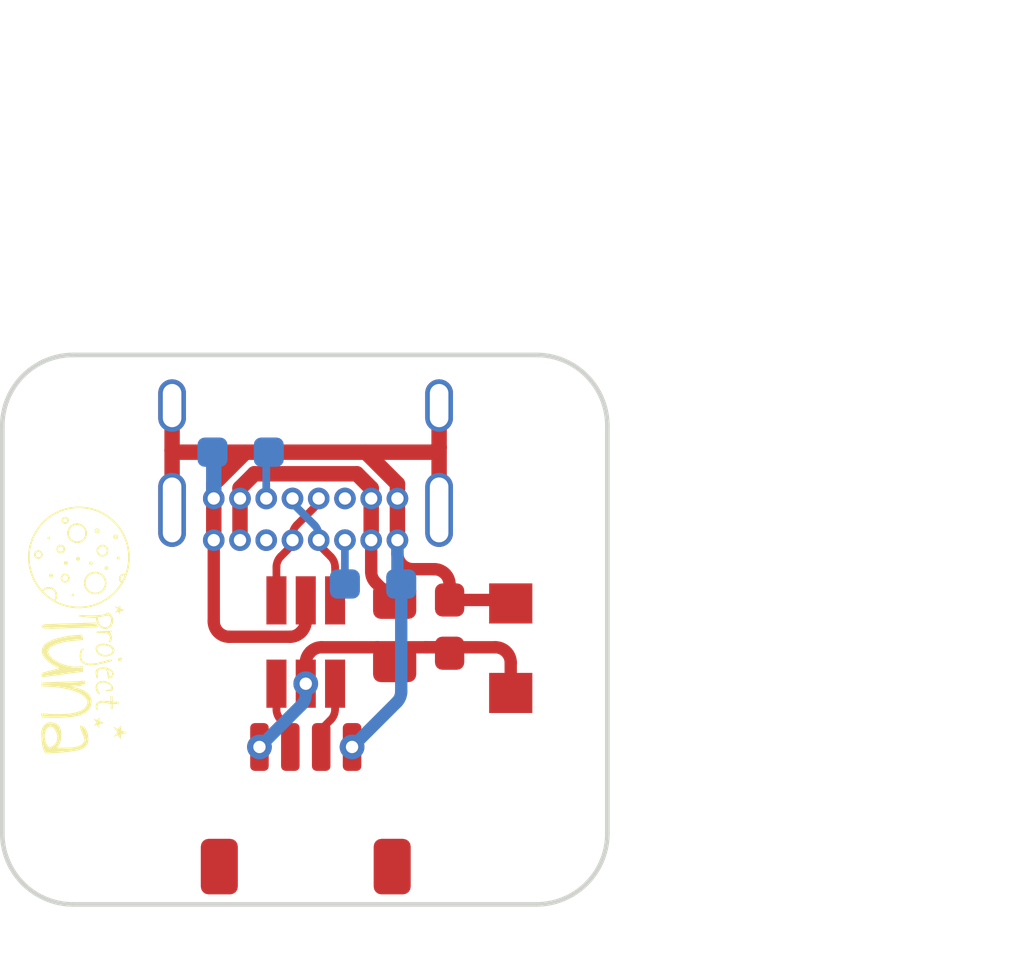
<source format=kicad_pcb>
(kicad_pcb (version 20211014) (generator pcbnew)
  (layers (0 "F.Cu" signal) (31 "B.Cu" signal) (34 "B.Paste" user) (35 "F.Paste" user) (36 "B.SilkS" user "B.Silkscreen") (37 "F.SilkS" user "F.Silkscreen") (38 "B.Mask" user) (39 "F.Mask" user) (44 "Edge.Cuts" user))
  (net 0 "")
  (net 1 "GND")
  (net 2 "VCC")
  (net 3 "VBUS")
  (net 4 "USB_DP_IN")
  (net 5 "Net-(J1-PadB5)")
  (net 6 "USB_DM_IN")
  (net 7 "Net-(J1-PadA5)")
  (net 8 "USB_DP_OUT")
  (net 9 "USB_DM_OUT")
  (footprint "footprints:MountingHole_2.2mm_M2_ISO7380" (layer "F.Cu") (at 4.5 -3.7)
    (fp_text reference "H2")
    (fp_text value "MountingHole" hide)
    (pad "" np_thru_hole circle locked (at 0 0) (size 2.2 2.2) (drill 2.2) (layers *.Cu *.Mask))
  )
  (footprint "footprints:MountingHole_2.2mm_M2_ISO7380" (layer "F.Cu") (at -10.5 9.5)
    (fp_text reference "H3")
    (fp_text value "MountingHole" hide)
    (pad "" np_thru_hole circle locked (at 0 0) (size 2.2 2.2) (drill 2.2) (layers *.Cu *.Mask))
  )
  (footprint "footprints:MountingHole_2.2mm_M2_ISO7380" (layer "F.Cu") (at 4.5 9.5)
    (fp_text reference "H4")
    (fp_text value "MountingHole" hide)
    (pad "" np_thru_hole circle locked (at 0 0) (size 2.2 2.2) (drill 2.2) (layers *.Cu *.Mask))
  )
  (footprint "footprints:MountingHole_2.2mm_M2_ISO7380" (layer "F.Cu") (at -10.5 -3.7)
    (fp_text reference "H1")
    (fp_text value "MountingHole" hide)
    (pad "" np_thru_hole circle locked (at 0 0) (size 2.2 2.2) (drill 2.2) (layers *.Cu *.Mask))
  )
  (footprint "footprints:C_0603_1608Metric_Pad1.08x0.95mm_HandSolder" (layer "F.Cu") (at 1.69 2.8 90)
    (fp_text reference "C1")
    (fp_text value "100nF")
    (pad "1" smd roundrect locked (at -0.8625 0 90) (size 1.075 0.95) (layers "F.Cu" "F.Paste" "F.Mask") (net 2 "VCC"))
    (pad "2" smd roundrect locked (at 0.8625 0 90) (size 1.075 0.95) (layers "F.Cu" "F.Paste" "F.Mask") (net 1 "GND"))
  )
  (footprint "footprints:USB_C_Receptacle_GCT_USB4085" (layer "F.Cu") (at 0 0 180)
    (fp_text reference "J1")
    (fp_text value "USB4085")
    (pad "A1" thru_hole circle locked (at 0 0 180) (size 0.7 0.7) (drill 0.4) (layers *.Cu *.Mask) (net 1 "GND"))
    (pad "A4" thru_hole circle locked (at 0.85 0 180) (size 0.7 0.7) (drill 0.4) (layers *.Cu *.Mask) (net 3 "VBUS"))
    (pad "A5" thru_hole circle locked (at 1.7 0 180) (size 0.7 0.7) (drill 0.4) (layers *.Cu *.Mask) (net 7 "Net-(J1-PadA5)"))
    (pad "A6" thru_hole circle locked (at 2.55 0 180) (size 0.7 0.7) (drill 0.4) (layers *.Cu *.Mask) (net 4 "USB_DP_IN"))
    (pad "A7" thru_hole circle locked (at 3.4 0 180) (size 0.7 0.7) (drill 0.4) (layers *.Cu *.Mask) (net 6 "USB_DM_IN"))
    (pad "A8" thru_hole circle locked (at 4.25 0 180) (size 0.7 0.7) (drill 0.4) (layers *.Cu *.Mask))
    (pad "A9" thru_hole circle locked (at 5.1 0 180) (size 0.7 0.7) (drill 0.4) (layers *.Cu *.Mask) (net 3 "VBUS"))
    (pad "A12" thru_hole circle locked (at 5.95 0 180) (size 0.7 0.7) (drill 0.4) (layers *.Cu *.Mask) (net 1 "GND"))
    (pad "B1" thru_hole circle locked (at 5.95 1.35 180) (size 0.7 0.7) (drill 0.4) (layers *.Cu *.Mask) (net 1 "GND"))
    (pad "B4" thru_hole circle locked (at 5.1 1.35 180) (size 0.7 0.7) (drill 0.4) (layers *.Cu *.Mask) (net 3 "VBUS"))
    (pad "B5" thru_hole circle locked (at 4.25 1.35 180) (size 0.7 0.7) (drill 0.4) (layers *.Cu *.Mask) (net 5 "Net-(J1-PadB5)"))
    (pad "B6" thru_hole circle locked (at 3.4 1.35 180) (size 0.7 0.7) (drill 0.4) (layers *.Cu *.Mask) (net 4 "USB_DP_IN"))
    (pad "B7" thru_hole circle locked (at 2.55 1.35 180) (size 0.7 0.7) (drill 0.4) (layers *.Cu *.Mask) (net 6 "USB_DM_IN"))
    (pad "B8" thru_hole circle locked (at 1.7 1.35 180) (size 0.7 0.7) (drill 0.4) (layers *.Cu *.Mask))
    (pad "B9" thru_hole circle locked (at 0.85 1.35 180) (size 0.7 0.7) (drill 0.4) (layers *.Cu *.Mask) (net 3 "VBUS"))
    (pad "B12" thru_hole circle locked (at 0 1.35 180) (size 0.7 0.7) (drill 0.4) (layers *.Cu *.Mask) (net 1 "GND"))
    (pad "S1" thru_hole oval locked (at -1.35 0.98 180) (size 0.9 2.4) (drill oval 0.6 2.1) (layers *.Cu *.Mask) (net 1 "GND"))
    (pad "S1" thru_hole oval locked (at -1.35 4.36 180) (size 0.9 1.7) (drill oval 0.6 1.4) (layers *.Cu *.Mask) (net 1 "GND"))
    (pad "S1" thru_hole oval locked (at 7.3 0.98 180) (size 0.9 2.4) (drill oval 0.6 2.1) (layers *.Cu *.Mask) (net 1 "GND"))
    (pad "S1" thru_hole oval locked (at 7.3 4.36 180) (size 0.9 1.7) (drill oval 0.6 1.4) (layers *.Cu *.Mask) (net 1 "GND"))
  )
  (footprint "footprints:Fuse_0805_2012Metric_Pad1.15x1.40mm_HandSolder" (layer "F.Cu") (at -0.09 3 -90)
    (fp_text reference "F1")
    (fp_text value "PPTC")
    (pad "1" smd roundrect locked (at -1.025 0 270) (size 1.15 1.4) (layers "F.Cu" "F.Paste" "F.Mask") (roundrect_rratio 0.2173904348) (net 3 "VBUS"))
    (pad "2" smd roundrect locked (at 1.025 0 270) (size 1.15 1.4) (layers "F.Cu" "F.Paste" "F.Mask") (roundrect_rratio 0.2173904348) (net 2 "VCC"))
  )
  (footprint "footprints:JST_SH_SM04B-SRSS-TB_1x04-1MP_P1.00mm_Horizontal" (layer "F.Cu") (at -2.97 8.7)
    (fp_text reference "J2")
    (fp_text value "Conn_01x04")
    (pad "1" smd roundrect locked (at -1.5 -2) (size 0.6 1.55) (layers "F.Cu" "F.Paste" "F.Mask") (net 2 "VCC"))
    (pad "2" smd roundrect locked (at -0.5 -2) (size 0.6 1.55) (layers "F.Cu" "F.Paste" "F.Mask") (net 9 "USB_DM_OUT"))
    (pad "3" smd roundrect locked (at 0.5 -2) (size 0.6 1.55) (layers "F.Cu" "F.Paste" "F.Mask") (net 8 "USB_DP_OUT"))
    (pad "4" smd roundrect locked (at 1.5 -2) (size 0.6 1.55) (layers "F.Cu" "F.Paste" "F.Mask") (net 1 "GND"))
    (pad "MP" smd roundrect locked (at -2.8 1.875) (size 1.2 1.8) (layers "F.Cu" "F.Paste" "F.Mask") (roundrect_rratio 0.2083333333))
    (pad "MP" smd roundrect locked (at 2.8 1.875) (size 1.2 1.8) (layers "F.Cu" "F.Paste" "F.Mask") (roundrect_rratio 0.2083333333))
  )
  (footprint "footprints:SOT-23-6_Handsoldering" (layer "F.Cu") (at -2.97 3.3 -90)
    (fp_text reference "U1")
    (fp_text value "USBLC6-2SC6")
    (pad "1" smd rect locked (at -1.35 -0.95 270) (size 1.56 0.65) (layers "F.Cu" "F.Paste" "F.Mask") (net 4 "USB_DP_IN"))
    (pad "2" smd rect locked (at -1.35 0 270) (size 1.56 0.65) (layers "F.Cu" "F.Paste" "F.Mask") (net 1 "GND"))
    (pad "3" smd rect locked (at -1.35 0.95 270) (size 1.56 0.65) (layers "F.Cu" "F.Paste" "F.Mask") (net 6 "USB_DM_IN"))
    (pad "4" smd rect locked (at 1.35 0.95 270) (size 1.56 0.65) (layers "F.Cu" "F.Paste" "F.Mask") (net 9 "USB_DM_OUT"))
    (pad "5" smd rect locked (at 1.35 0 270) (size 1.56 0.65) (layers "F.Cu" "F.Paste" "F.Mask") (net 2 "VCC"))
    (pad "6" smd rect locked (at 1.35 -0.95 270) (size 1.56 0.65) (layers "F.Cu" "F.Paste" "F.Mask") (net 8 "USB_DP_OUT"))
  )
  (footprint "footprints:D_SMF" (layer "F.Cu") (at 3.67 3.5 90)
    (fp_text reference "D1")
    (fp_text value "TVS")
    (pad "1" smd rect locked (at -1.45 0 90) (size 1.3 1.4) (layers "F.Cu" "F.Paste" "F.Mask") (net 2 "VCC"))
    (pad "2" smd rect locked (at 1.45 0 90) (size 1.3 1.4) (layers "F.Cu" "F.Paste" "F.Mask") (net 1 "GND"))
  )
  (footprint "footprints:luna" (layer "F.Cu") (at -10.318776 2.910424 -90)
    (fp_text reference "G***" hide)
    (fp_text value "LOGO" hide)
  )
  (footprint "footprints:R_0603_1608Metric_Pad0.98x0.95mm_HandSolder" (layer "B.Cu") (at -0.79 1.42 180)
    (fp_text reference "R1")
    (fp_text value "5k1")
    (pad "1" smd roundrect locked (at -0.9125 0 180) (size 0.975 0.95) (layers "B.Cu" "B.Paste" "B.Mask") (net 1 "GND"))
    (pad "2" smd roundrect locked (at 0.9125 0 180) (size 0.975 0.95) (layers "B.Cu" "B.Paste" "B.Mask") (net 7 "Net-(J1-PadA5)"))
  )
  (footprint "footprints:R_0603_1608Metric_Pad0.98x0.95mm_HandSolder" (layer "B.Cu") (at -5.08 -2.85)
    (fp_text reference "R2")
    (fp_text value "5k1")
    (pad "1" smd roundrect locked (at -0.9125 0) (size 0.975 0.95) (layers "B.Cu" "B.Paste" "B.Mask") (net 1 "GND"))
    (pad "2" smd roundrect locked (at 0.9125 0) (size 0.975 0.95) (layers "B.Cu" "B.Paste" "B.Mask") (net 5 "Net-(J1-PadB5)"))
  )
  (gr_line (start 6.8 -3.7) (end 6.8 9.5) (layer "Edge.Cuts") (width 0.15))
  (gr_line (start 4.5 11.8) (end -10.5 11.8) (layer "Edge.Cuts") (width 0.15))
  (gr_line (start -12.8 -3.7) (end -12.8 9.5) (layer "Edge.Cuts") (width 0.15))
  (gr_line (start -10.5 -6) (end 4.5 -6) (layer "Edge.Cuts") (width 0.15))
  (gr_arc (start 6.8 9.5) (mid 6.126346 11.126346) (end 4.5 11.8) (layer "Edge.Cuts") (width 0.15))
  (gr_arc (start -12.8 -3.7) (mid -12.126346 -5.326346) (end -10.5 -6) (layer "Edge.Cuts") (width 0.15))
  (gr_arc (start -10.5 11.8) (mid -12.126346 11.126346) (end -12.8 9.5) (layer "Edge.Cuts") (width 0.15))
  (gr_arc (start 4.5 -6) (mid 6.126346 -5.326346) (end 6.8 -3.7) (layer "Edge.Cuts") (width 0.15))
  (segment (start -3.116447 2.971449) (end -3.128553 2.983555) (width 0.4) (layer "F.Cu") (net 1))
  (segment (start 0 0) (end 0 0.44) (width 0.4) (layer "F.Cu") (net 1))
  (segment (start 1.35 -3.01) (end 1.35 -0.97) (width 0.5) (layer "F.Cu") (net 1))
  (segment (start -5.95 -1.823965) (end -4.923954 -2.850011) (width 0.5) (layer "F.Cu") (net 1))
  (segment (start 1.190011 -2.850011) (end 1.35 -3.01) (width 0.5) (layer "F.Cu") (net 1))
  (segment (start -4.923954 -2.850011) (end -7.240011 -2.850011) (width 0.5) (layer "F.Cu") (net 1))
  (segment (start 1.35 -4.36) (end 1.35 -3.01) (width 0.5) (layer "F.Cu") (net 1))
  (segment (start 1.69 1.9375) (end 3.6675 1.9375) (width 0.4) (layer "F.Cu") (net 1))
  (segment (start -7.3 -4.36) (end -7.3 -2.91) (width 0.5) (layer "F.Cu") (net 1))
  (segment (start -3.482106 3.130001) (end -5.45 3.130001) (width 0.4) (layer "F.Cu") (net 1))
  (segment (start 0.5 0.94) (end 1.19 0.94) (width 0.4) (layer "F.Cu") (net 1))
  (segment (start -1.026047 -2.850011) (end 1.190011 -2.850011) (width 0.5) (layer "F.Cu") (net 1))
  (segment (start -5.95 -1.35) (end -5.95 -0.02) (width 0.5) (layer "F.Cu") (net 1))
  (segment (start -7.240011 -2.850011) (end -7.3 -2.91) (width 0.5) (layer "F.Cu") (net 1))
  (segment (start 1.69 1.69) (end 1.69 1.94) (width 0.4) (layer "F.Cu") (net 1))
  (segment (start -5.95 2.630001) (end -5.95 -0.02) (width 0.4) (layer "F.Cu") (net 1))
  (segment (start -4.923954 -2.850011) (end -1.026047 -2.850011) (width 0.5) (layer "F.Cu") (net 1))
  (segment (start 0 -1.823964) (end 0 -1.35) (width 0.5) (layer "F.Cu") (net 1))
  (segment (start -5.95 -1.35) (end -5.95 -1.823965) (width 0.5) (layer "F.Cu") (net 1))
  (segment (start -2.97 1.95) (end -2.97 2.617895) (width 0.4) (layer "F.Cu") (net 1))
  (segment (start 1.69 1.44) (end 1.69 1.94) (width 0.4) (layer "F.Cu") (net 1))
  (segment (start -7.3 -2.91) (end -7.3 -0.95) (width 0.5) (layer "F.Cu") (net 1))
  (segment (start 0 -1.35) (end 0 -0.06) (width 0.5) (layer "F.Cu") (net 1))
  (segment (start -1.026047 -2.850011) (end 0 -1.823964) (width 0.5) (layer "F.Cu") (net 1))
  (via (at -1.47 6.7) (size 0.8) (drill 0.4) (layers "F.Cu" "B.Cu") (net 1))
  (arc (start -2.97 2.617895) (mid -3.00806 2.809237) (end -3.116447 2.971449) (width 0.4) (layer "F.Cu") (net 1))
  (arc (start -3.128553 2.983555) (mid -3.290765 3.091941) (end -3.482106 3.130001) (width 0.4) (layer "F.Cu") (net 1))
  (arc (start 0.5 0.94) (mid 0.146447 0.793553) (end 0 0.44) (width 0.4) (layer "F.Cu") (net 1))
  (arc (start 1.69 1.44) (mid 1.543553 1.086447) (end 1.19 0.94) (width 0.4) (layer "F.Cu") (net 1))
  (arc (start -5.45 3.130001) (mid -5.803553 2.983554) (end -5.95 2.630001) (width 0.4) (layer "F.Cu") (net 1))
  (segment (start 0.1225 1.42) (end 0.1225 4.900393) (width 0.4) (layer "B.Cu") (net 1))
  (segment (start -0.023947 5.253947) (end -1.47 6.7) (width 0.4) (layer "B.Cu") (net 1))
  (segment (start 0 0) (end 0 1.18) (width 0.4) (layer "B.Cu") (net 1))
  (segment (start -5.95 -1.35) (end -5.95 -2.76) (width 0.5) (layer "B.Cu") (net 1))
  (arc (start -0.023947 5.253947) (mid 0.08444 5.091735) (end 0.1225 4.900393) (width 0.4) (layer "B.Cu") (net 1))
  (segment (start 3.67 3.969999) (end 3.67 4.72) (width 0.4) (layer "F.Cu") (net 2))
  (segment (start -0.650001 3.469999) (end -0.09 4.03) (width 0.4) (layer "F.Cu") (net 2))
  (segment (start -2.823553 3.628551) (end -2.811447 3.616445) (width 0.4) (layer "F.Cu") (net 2))
  (segment (start 0.919999 3.469999) (end 1.529999 3.469999) (width 0.4) (layer "F.Cu") (net 2))
  (segment (start -0.650001 3.469999) (end 0.919999 3.469999) (width 0.4) (layer "F.Cu") (net 2))
  (segment (start -2.97 4.65) (end -2.97 3.982105) (width 0.4) (layer "F.Cu") (net 2))
  (segment (start -2.457894 3.469999) (end -0.650001 3.469999) (width 0.4) (layer "F.Cu") (net 2))
  (segment (start 0.919999 3.469999) (end 3.17 3.469999) (width 0.4) (layer "F.Cu") (net 2))
  (segment (start 1.529999 3.469999) (end 1.7 3.64) (width 0.4) (layer "F.Cu") (net 2))
  (via (at -4.47 6.7) (size 0.8) (drill 0.4) (layers "F.Cu" "B.Cu") (net 2))
  (via (at -2.97 4.65) (size 0.8) (drill 0.4) (layers "F.Cu" "B.Cu") (net 2))
  (arc (start 3.67 3.969999) (mid 3.523553 3.616446) (end 3.17 3.469999) (width 0.4) (layer "F.Cu") (net 2))
  (arc (start -2.811447 3.616445) (mid -2.649235 3.508059) (end -2.457894 3.469999) (width 0.4) (layer "F.Cu") (net 2))
  (arc (start -2.97 3.982105) (mid -2.93194 3.790763) (end -2.823553 3.628551) (width 0.4) (layer "F.Cu") (net 2))
  (segment (start -2.97 4.65) (end -2.97 4.992893) (width 0.4) (layer "B.Cu") (net 2))
  (segment (start -3.116447 5.346447) (end -4.47 6.7) (width 0.4) (layer "B.Cu") (net 2))
  (arc (start -2.97 4.992893) (mid -3.00806 5.184235) (end -3.116447 5.346447) (width 0.4) (layer "B.Cu") (net 2))
  (segment (start -1.315999 -2.150001) (end -0.85 -1.684002) (width 0.5) (layer "F.Cu") (net 3))
  (segment (start -4.634001 -2.150001) (end -1.315999 -2.150001) (width 0.5) (layer "F.Cu") (net 3))
  (segment (start -0.85 0) (end -0.85 1.022893) (width 0.4) (layer "F.Cu") (net 3))
  (segment (start -0.703553 1.376447) (end -0.1 1.98) (width 0.4) (layer "F.Cu") (net 3))
  (segment (start -5.1 -1.684002) (end -4.634001 -2.150001) (width 0.5) (layer "F.Cu") (net 3))
  (segment (start -0.85 0) (end -0.85 0.08) (width 0.5) (layer "F.Cu") (net 3))
  (segment (start -5.1 -1.35) (end -5.1 -0.09) (width 0.5) (layer "F.Cu") (net 3))
  (segment (start -0.85 -1.684002) (end -0.85 -1.35) (width 0.5) (layer "F.Cu") (net 3))
  (segment (start -5.1 0) (end -5.1 0.07) (width 0.5) (layer "F.Cu") (net 3))
  (segment (start -0.85 -1.35) (end -0.85 0.04) (width 0.5) (layer "F.Cu") (net 3))
  (segment (start -5.1 -1.35) (end -5.1 -1.684002) (width 0.5) (layer "F.Cu") (net 3))
  (arc (start -0.703553 1.376447) (mid -0.81194 1.214235) (end -0.85 1.022893) (width 0.4) (layer "F.Cu") (net 3))
  (segment (start -2.57 0.125001) (end -2.57 0) (width 0.25) (layer "F.Cu") (net 4))
  (segment (start -2.02 1.95) (end -2.02 0.882108) (width 0.25) (layer "F.Cu") (net 4))
  (segment (start -2.166447 0.528554) (end -2.57 0.125001) (width 0.25) (layer "F.Cu") (net 4))
  (arc (start -2.166447 0.528554) (mid -2.05806 0.690766) (end -2.02 0.882108) (width 0.25) (layer "F.Cu") (net 4))
  (segment (start -2.54 0.139002) (end -2.54 0.01) (width 0.25) (layer "B.Cu") (net 4))
  (segment (start -2.55 0) (end -2.55 0.119998) (width 0.25) (layer "B.Cu") (net 4))
  (segment (start -2.55 0) (end -2.55 -0.143891) (width 0.25) (layer "B.Cu") (net 4))
  (segment (start -2.696447 -0.497445) (end -3.4 -1.200998) (width 0.25) (layer "B.Cu") (net 4))
  (segment (start -3.4 -1.200998) (end -3.4 -1.35) (width 0.25) (layer "B.Cu") (net 4))
  (arc (start -2.55 -0.143891) (mid -2.58806 -0.335233) (end -2.696447 -0.497445) (width 0.25) (layer "B.Cu") (net 4))
  (segment (start -4.25 -1.35) (end -4.25 -2.77) (width 0.25) (layer "B.Cu") (net 5))
  (segment (start -3.4 0.149002) (end -3.4 0.02) (width 0.25) (layer "F.Cu") (net 6))
  (segment (start -2.55 -1.200998) (end -2.55 -1.35) (width 0.25) (layer "F.Cu") (net 6))
  (segment (start -3.253553 -0.497445) (end -2.55 -1.200998) (width 0.25) (layer "F.Cu") (net 6))
  (segment (start -3.4 0) (end -3.4 -0.143891) (width 0.25) (layer "F.Cu") (net 6))
  (segment (start -3.773553 0.522555) (end -3.4 0.149002) (width 0.25) (layer "F.Cu") (net 6))
  (segment (start -3.92 1.95) (end -3.92 0.876109) (width 0.25) (layer "F.Cu") (net 6))
  (arc (start -3.92 0.876109) (mid -3.88194 0.684767) (end -3.773553 0.522555) (width 0.25) (layer "F.Cu") (net 6))
  (arc (start -3.4 -0.143891) (mid -3.36194 -0.335233) (end -3.253553 -0.497445) (width 0.25) (layer "F.Cu") (net 6))
  (segment (start -1.7025 1.42) (end -1.7025 0.1225) (width 0.25) (layer "B.Cu") (net 7))
  (segment (start -2.02 4.65) (end -2.02 5.472893) (width 0.25) (layer "F.Cu") (net 8))
  (segment (start -2.47 6.13) (end -2.47 6.7) (width 0.25) (layer "F.Cu") (net 8))
  (segment (start -2.166447 5.826447) (end -2.47 6.13) (width 0.25) (layer "F.Cu") (net 8))
  (arc (start -2.02 5.472893) (mid -2.05806 5.664235) (end -2.166447 5.826447) (width 0.25) (layer "F.Cu") (net 8))
  (segment (start -3.46 6.7) (end -3.46 6.7) (width 0.25) (layer "F.Cu") (net 9))
  (segment (start -3.773553 5.826447) (end -3.47 6.13) (width 0.25) (layer "F.Cu") (net 9))
  (segment (start -3.47 6.13) (end -3.47 6.7) (width 0.25) (layer "F.Cu") (net 9))
  (segment (start -3.92 4.65) (end -3.92 5.472893) (width 0.25) (layer "F.Cu") (net 9))
  (arc (start -3.773553 5.826447) (mid -3.88194 5.664235) (end -3.92 5.472893) (width 0.25) (layer "F.Cu") (net 9))
)
</source>
